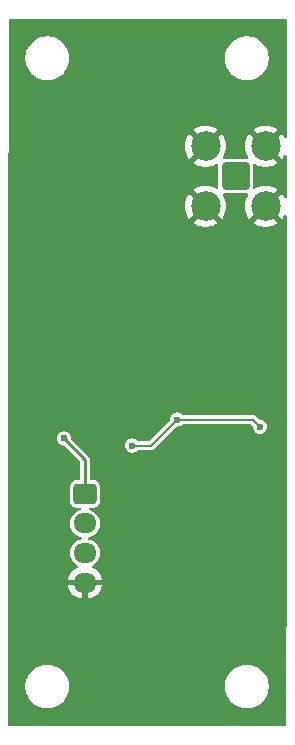
<source format=gbr>
%TF.GenerationSoftware,KiCad,Pcbnew,8.0.3*%
%TF.CreationDate,2024-09-04T20:20:35-04:00*%
%TF.ProjectId,SensorBoardNoMCU,53656e73-6f72-4426-9f61-72644e6f4d43,rev?*%
%TF.SameCoordinates,Original*%
%TF.FileFunction,Copper,L2,Bot*%
%TF.FilePolarity,Positive*%
%FSLAX46Y46*%
G04 Gerber Fmt 4.6, Leading zero omitted, Abs format (unit mm)*
G04 Created by KiCad (PCBNEW 8.0.3) date 2024-09-04 20:20:35*
%MOMM*%
%LPD*%
G01*
G04 APERTURE LIST*
G04 Aperture macros list*
%AMRoundRect*
0 Rectangle with rounded corners*
0 $1 Rounding radius*
0 $2 $3 $4 $5 $6 $7 $8 $9 X,Y pos of 4 corners*
0 Add a 4 corners polygon primitive as box body*
4,1,4,$2,$3,$4,$5,$6,$7,$8,$9,$2,$3,0*
0 Add four circle primitives for the rounded corners*
1,1,$1+$1,$2,$3*
1,1,$1+$1,$4,$5*
1,1,$1+$1,$6,$7*
1,1,$1+$1,$8,$9*
0 Add four rect primitives between the rounded corners*
20,1,$1+$1,$2,$3,$4,$5,0*
20,1,$1+$1,$4,$5,$6,$7,0*
20,1,$1+$1,$6,$7,$8,$9,0*
20,1,$1+$1,$8,$9,$2,$3,0*%
G04 Aperture macros list end*
%TA.AperFunction,ComponentPad*%
%ADD10RoundRect,0.250000X-0.725000X0.600000X-0.725000X-0.600000X0.725000X-0.600000X0.725000X0.600000X0*%
%TD*%
%TA.AperFunction,ComponentPad*%
%ADD11O,1.950000X1.700000*%
%TD*%
%TA.AperFunction,ComponentPad*%
%ADD12RoundRect,0.200100X-0.949900X0.949900X-0.949900X-0.949900X0.949900X-0.949900X0.949900X0.949900X0*%
%TD*%
%TA.AperFunction,ComponentPad*%
%ADD13C,2.500000*%
%TD*%
%TA.AperFunction,ViaPad*%
%ADD14C,0.600000*%
%TD*%
%TA.AperFunction,ViaPad*%
%ADD15C,0.700000*%
%TD*%
%TA.AperFunction,Conductor*%
%ADD16C,0.254000*%
%TD*%
%TA.AperFunction,Conductor*%
%ADD17C,0.200000*%
%TD*%
G04 APERTURE END LIST*
D10*
%TO.P,J1,1,Pin_1*%
%TO.N,+3.3V*%
X94400000Y-83700000D03*
D11*
%TO.P,J1,2,Pin_2*%
%TO.N,SCL1*%
X94400000Y-86200000D03*
%TO.P,J1,3,Pin_3*%
%TO.N,SDA1*%
X94400000Y-88700000D03*
%TO.P,J1,4,Pin_4*%
%TO.N,GND*%
X94400000Y-91200000D03*
%TD*%
D12*
%TO.P,J2,1,In*%
%TO.N,/RF_IN*%
X107150000Y-56800000D03*
D13*
%TO.P,J2,2,Ext*%
%TO.N,GND*%
X109690000Y-54260000D03*
X104610000Y-54260000D03*
X109690000Y-59340000D03*
X104610000Y-59340000D03*
%TD*%
D14*
%TO.N,GND*%
X108640380Y-79784620D03*
X107775000Y-74500000D03*
X105668108Y-92668108D03*
X106000000Y-66400000D03*
D15*
X91400000Y-71600000D03*
D14*
X104305331Y-79219669D03*
X104775000Y-72250000D03*
D15*
X105275000Y-85875000D03*
D14*
X100000000Y-53737500D03*
X99300000Y-74275000D03*
D15*
X98400000Y-61400000D03*
D14*
%TO.N,+3.3V*%
X92600000Y-79000000D03*
%TO.N,SDA1*%
X98400000Y-79600000D03*
X109200000Y-78000000D03*
X102200000Y-77400000D03*
%TD*%
D16*
%TO.N,+3.3V*%
X94400000Y-80800000D02*
X92600000Y-79000000D01*
X94400000Y-83700000D02*
X94400000Y-80800000D01*
D17*
%TO.N,SDA1*%
X102200000Y-77400000D02*
X108600000Y-77400000D01*
X100000000Y-79600000D02*
X102200000Y-77400000D01*
X98400000Y-79600000D02*
X100000000Y-79600000D01*
X108600000Y-77400000D02*
X109200000Y-78000000D01*
%TD*%
%TA.AperFunction,Conductor*%
%TO.N,GND*%
G36*
X111442539Y-43520185D02*
G01*
X111488294Y-43572989D01*
X111499500Y-43624500D01*
X111499500Y-53431370D01*
X111479815Y-53498409D01*
X111427011Y-53544164D01*
X111357853Y-53554108D01*
X111294297Y-53525083D01*
X111268113Y-53493371D01*
X111139970Y-53271424D01*
X111092124Y-53211427D01*
X110444114Y-53859437D01*
X110443260Y-53857374D01*
X110350238Y-53718156D01*
X110231844Y-53599762D01*
X110092626Y-53506740D01*
X110090562Y-53505885D01*
X110739168Y-52857278D01*
X110567454Y-52740206D01*
X110567445Y-52740201D01*
X110331142Y-52626404D01*
X110331144Y-52626404D01*
X110080505Y-52549092D01*
X110080499Y-52549090D01*
X109821151Y-52510000D01*
X109558848Y-52510000D01*
X109299500Y-52549090D01*
X109299494Y-52549092D01*
X109048858Y-52626404D01*
X109048854Y-52626405D01*
X108812547Y-52740205D01*
X108812539Y-52740210D01*
X108640830Y-52857277D01*
X109289438Y-53505885D01*
X109287374Y-53506740D01*
X109148156Y-53599762D01*
X109029762Y-53718156D01*
X108936740Y-53857374D01*
X108935885Y-53859437D01*
X108287875Y-53211427D01*
X108287874Y-53211427D01*
X108240028Y-53271425D01*
X108108883Y-53498573D01*
X108013058Y-53742729D01*
X107954693Y-53998449D01*
X107954692Y-53998454D01*
X107935093Y-54259995D01*
X107935093Y-54260004D01*
X107954692Y-54521545D01*
X107954693Y-54521550D01*
X108013058Y-54777270D01*
X108108883Y-55021426D01*
X108108882Y-55021426D01*
X108190910Y-55163500D01*
X108207383Y-55231400D01*
X108184531Y-55297427D01*
X108129610Y-55340617D01*
X108083523Y-55349500D01*
X106216476Y-55349500D01*
X106149437Y-55329815D01*
X106103682Y-55277011D01*
X106093738Y-55207853D01*
X106109089Y-55163499D01*
X106191118Y-55021423D01*
X106286941Y-54777270D01*
X106345306Y-54521550D01*
X106345307Y-54521545D01*
X106364907Y-54260004D01*
X106364907Y-54259995D01*
X106345307Y-53998454D01*
X106345306Y-53998449D01*
X106286941Y-53742729D01*
X106191116Y-53498573D01*
X106191117Y-53498573D01*
X106059972Y-53271426D01*
X106012124Y-53211427D01*
X105364114Y-53859437D01*
X105363260Y-53857374D01*
X105270238Y-53718156D01*
X105151844Y-53599762D01*
X105012626Y-53506740D01*
X105010562Y-53505885D01*
X105659168Y-52857278D01*
X105487454Y-52740206D01*
X105487445Y-52740201D01*
X105251142Y-52626404D01*
X105251144Y-52626404D01*
X105000505Y-52549092D01*
X105000499Y-52549090D01*
X104741151Y-52510000D01*
X104478848Y-52510000D01*
X104219500Y-52549090D01*
X104219494Y-52549092D01*
X103968858Y-52626404D01*
X103968854Y-52626405D01*
X103732547Y-52740205D01*
X103732539Y-52740210D01*
X103560830Y-52857277D01*
X104209438Y-53505885D01*
X104207374Y-53506740D01*
X104068156Y-53599762D01*
X103949762Y-53718156D01*
X103856740Y-53857374D01*
X103855885Y-53859437D01*
X103207875Y-53211427D01*
X103207874Y-53211427D01*
X103160028Y-53271425D01*
X103028883Y-53498573D01*
X102933058Y-53742729D01*
X102874693Y-53998449D01*
X102874692Y-53998454D01*
X102855093Y-54259995D01*
X102855093Y-54260004D01*
X102874692Y-54521545D01*
X102874693Y-54521550D01*
X102933058Y-54777270D01*
X103028883Y-55021426D01*
X103028882Y-55021426D01*
X103160027Y-55248573D01*
X103207874Y-55308571D01*
X103855884Y-54660561D01*
X103856740Y-54662626D01*
X103949762Y-54801844D01*
X104068156Y-54920238D01*
X104207374Y-55013260D01*
X104209437Y-55014114D01*
X103560830Y-55662720D01*
X103732546Y-55779793D01*
X103732550Y-55779795D01*
X103968854Y-55893594D01*
X103968858Y-55893595D01*
X104219494Y-55970907D01*
X104219500Y-55970909D01*
X104478848Y-56009999D01*
X104478857Y-56010000D01*
X104741143Y-56010000D01*
X104741151Y-56009999D01*
X105000499Y-55970909D01*
X105000505Y-55970907D01*
X105251143Y-55893595D01*
X105487445Y-55779798D01*
X105487459Y-55779790D01*
X105505647Y-55767390D01*
X105572125Y-55745888D01*
X105639676Y-55763741D01*
X105686851Y-55815280D01*
X105699500Y-55869842D01*
X105699500Y-57730158D01*
X105679815Y-57797197D01*
X105627011Y-57842952D01*
X105557853Y-57852896D01*
X105505647Y-57832610D01*
X105487459Y-57820209D01*
X105487445Y-57820201D01*
X105251142Y-57706404D01*
X105251144Y-57706404D01*
X105000505Y-57629092D01*
X105000499Y-57629090D01*
X104741151Y-57590000D01*
X104478848Y-57590000D01*
X104219500Y-57629090D01*
X104219494Y-57629092D01*
X103968858Y-57706404D01*
X103968854Y-57706405D01*
X103732547Y-57820205D01*
X103732539Y-57820210D01*
X103560830Y-57937277D01*
X104209438Y-58585885D01*
X104207374Y-58586740D01*
X104068156Y-58679762D01*
X103949762Y-58798156D01*
X103856740Y-58937374D01*
X103855885Y-58939437D01*
X103207875Y-58291427D01*
X103207874Y-58291427D01*
X103160028Y-58351425D01*
X103028883Y-58578573D01*
X102933058Y-58822729D01*
X102874693Y-59078449D01*
X102874692Y-59078454D01*
X102855093Y-59339995D01*
X102855093Y-59340004D01*
X102874692Y-59601545D01*
X102874693Y-59601550D01*
X102933058Y-59857270D01*
X103028883Y-60101426D01*
X103028882Y-60101426D01*
X103160027Y-60328573D01*
X103207874Y-60388571D01*
X103855884Y-59740561D01*
X103856740Y-59742626D01*
X103949762Y-59881844D01*
X104068156Y-60000238D01*
X104207374Y-60093260D01*
X104209437Y-60094114D01*
X103560830Y-60742720D01*
X103732546Y-60859793D01*
X103732550Y-60859795D01*
X103968854Y-60973594D01*
X103968858Y-60973595D01*
X104219494Y-61050907D01*
X104219500Y-61050909D01*
X104478848Y-61089999D01*
X104478857Y-61090000D01*
X104741143Y-61090000D01*
X104741151Y-61089999D01*
X105000499Y-61050909D01*
X105000505Y-61050907D01*
X105251143Y-60973595D01*
X105487445Y-60859798D01*
X105487447Y-60859797D01*
X105659168Y-60742720D01*
X105010562Y-60094114D01*
X105012626Y-60093260D01*
X105151844Y-60000238D01*
X105270238Y-59881844D01*
X105363260Y-59742626D01*
X105364114Y-59740561D01*
X106012125Y-60388572D01*
X106059971Y-60328573D01*
X106191116Y-60101426D01*
X106286941Y-59857270D01*
X106345306Y-59601550D01*
X106345307Y-59601545D01*
X106364907Y-59340004D01*
X106364907Y-59339995D01*
X106345307Y-59078454D01*
X106345306Y-59078449D01*
X106286941Y-58822729D01*
X106191118Y-58578576D01*
X106109089Y-58436500D01*
X106092616Y-58368600D01*
X106115468Y-58302573D01*
X106170389Y-58259382D01*
X106216470Y-58250499D01*
X108083523Y-58250499D01*
X108150562Y-58270184D01*
X108196317Y-58322988D01*
X108206261Y-58392146D01*
X108190910Y-58436499D01*
X108108883Y-58578573D01*
X108013058Y-58822729D01*
X107954693Y-59078449D01*
X107954692Y-59078454D01*
X107935093Y-59339995D01*
X107935093Y-59340004D01*
X107954692Y-59601545D01*
X107954693Y-59601550D01*
X108013058Y-59857270D01*
X108108883Y-60101426D01*
X108108882Y-60101426D01*
X108240027Y-60328573D01*
X108287874Y-60388571D01*
X108935884Y-59740561D01*
X108936740Y-59742626D01*
X109029762Y-59881844D01*
X109148156Y-60000238D01*
X109287374Y-60093260D01*
X109289437Y-60094114D01*
X108640830Y-60742720D01*
X108812546Y-60859793D01*
X108812550Y-60859795D01*
X109048854Y-60973594D01*
X109048858Y-60973595D01*
X109299494Y-61050907D01*
X109299500Y-61050909D01*
X109558848Y-61089999D01*
X109558857Y-61090000D01*
X109821143Y-61090000D01*
X109821151Y-61089999D01*
X110080499Y-61050909D01*
X110080505Y-61050907D01*
X110331143Y-60973595D01*
X110567445Y-60859798D01*
X110567447Y-60859797D01*
X110739168Y-60742720D01*
X110090562Y-60094114D01*
X110092626Y-60093260D01*
X110231844Y-60000238D01*
X110350238Y-59881844D01*
X110443260Y-59742626D01*
X110444114Y-59740561D01*
X111092125Y-60388572D01*
X111139971Y-60328573D01*
X111268113Y-60106629D01*
X111318680Y-60058413D01*
X111387287Y-60045191D01*
X111452152Y-60071159D01*
X111492680Y-60128073D01*
X111499500Y-60168629D01*
X111499500Y-88465400D01*
X111455624Y-101663222D01*
X111450411Y-103231412D01*
X111430504Y-103298386D01*
X111377548Y-103343965D01*
X111326412Y-103355000D01*
X88024500Y-103355000D01*
X87957461Y-103335315D01*
X87911706Y-103282511D01*
X87900500Y-103231000D01*
X87900500Y-99878711D01*
X89349500Y-99878711D01*
X89349500Y-100121288D01*
X89381161Y-100361785D01*
X89443947Y-100596104D01*
X89536773Y-100820205D01*
X89536776Y-100820212D01*
X89658064Y-101030289D01*
X89658066Y-101030292D01*
X89658067Y-101030293D01*
X89805733Y-101222736D01*
X89805739Y-101222743D01*
X89977256Y-101394260D01*
X89977262Y-101394265D01*
X90169711Y-101541936D01*
X90379788Y-101663224D01*
X90603900Y-101756054D01*
X90838211Y-101818838D01*
X91018586Y-101842584D01*
X91078711Y-101850500D01*
X91078712Y-101850500D01*
X91321289Y-101850500D01*
X91369388Y-101844167D01*
X91561789Y-101818838D01*
X91796100Y-101756054D01*
X92020212Y-101663224D01*
X92230289Y-101541936D01*
X92422738Y-101394265D01*
X92594265Y-101222738D01*
X92741936Y-101030289D01*
X92863224Y-100820212D01*
X92956054Y-100596100D01*
X93018838Y-100361789D01*
X93050500Y-100121288D01*
X93050500Y-99878712D01*
X93050500Y-99878711D01*
X106257500Y-99878711D01*
X106257500Y-100121288D01*
X106289161Y-100361785D01*
X106351947Y-100596104D01*
X106444773Y-100820205D01*
X106444776Y-100820212D01*
X106566064Y-101030289D01*
X106566066Y-101030292D01*
X106566067Y-101030293D01*
X106713733Y-101222736D01*
X106713739Y-101222743D01*
X106885256Y-101394260D01*
X106885262Y-101394265D01*
X107077711Y-101541936D01*
X107287788Y-101663224D01*
X107511900Y-101756054D01*
X107746211Y-101818838D01*
X107926586Y-101842584D01*
X107986711Y-101850500D01*
X107986712Y-101850500D01*
X108229289Y-101850500D01*
X108277388Y-101844167D01*
X108469789Y-101818838D01*
X108704100Y-101756054D01*
X108928212Y-101663224D01*
X109138289Y-101541936D01*
X109330738Y-101394265D01*
X109502265Y-101222738D01*
X109649936Y-101030289D01*
X109771224Y-100820212D01*
X109864054Y-100596100D01*
X109926838Y-100361789D01*
X109958500Y-100121288D01*
X109958500Y-99878712D01*
X109926838Y-99638211D01*
X109864054Y-99403900D01*
X109771224Y-99179788D01*
X109649936Y-98969711D01*
X109502265Y-98777262D01*
X109502260Y-98777256D01*
X109330743Y-98605739D01*
X109330736Y-98605733D01*
X109138293Y-98458067D01*
X109138292Y-98458066D01*
X109138289Y-98458064D01*
X108928212Y-98336776D01*
X108928205Y-98336773D01*
X108704104Y-98243947D01*
X108469785Y-98181161D01*
X108229289Y-98149500D01*
X108229288Y-98149500D01*
X107986712Y-98149500D01*
X107986711Y-98149500D01*
X107746214Y-98181161D01*
X107511895Y-98243947D01*
X107287794Y-98336773D01*
X107287785Y-98336777D01*
X107077706Y-98458067D01*
X106885263Y-98605733D01*
X106885256Y-98605739D01*
X106713739Y-98777256D01*
X106713733Y-98777263D01*
X106566067Y-98969706D01*
X106444777Y-99179785D01*
X106444773Y-99179794D01*
X106351947Y-99403895D01*
X106289161Y-99638214D01*
X106257500Y-99878711D01*
X93050500Y-99878711D01*
X93018838Y-99638211D01*
X92956054Y-99403900D01*
X92863224Y-99179788D01*
X92741936Y-98969711D01*
X92594265Y-98777262D01*
X92594260Y-98777256D01*
X92422743Y-98605739D01*
X92422736Y-98605733D01*
X92230293Y-98458067D01*
X92230292Y-98458066D01*
X92230289Y-98458064D01*
X92020212Y-98336776D01*
X92020205Y-98336773D01*
X91796104Y-98243947D01*
X91561785Y-98181161D01*
X91321289Y-98149500D01*
X91321288Y-98149500D01*
X91078712Y-98149500D01*
X91078711Y-98149500D01*
X90838214Y-98181161D01*
X90603895Y-98243947D01*
X90379794Y-98336773D01*
X90379785Y-98336777D01*
X90169706Y-98458067D01*
X89977263Y-98605733D01*
X89977256Y-98605739D01*
X89805739Y-98777256D01*
X89805733Y-98777263D01*
X89658067Y-98969706D01*
X89536777Y-99179785D01*
X89536773Y-99179794D01*
X89443947Y-99403895D01*
X89381161Y-99638214D01*
X89349500Y-99878711D01*
X87900500Y-99878711D01*
X87900500Y-78999998D01*
X91994318Y-78999998D01*
X91994318Y-79000001D01*
X92014955Y-79156760D01*
X92014956Y-79156762D01*
X92075464Y-79302841D01*
X92171718Y-79428282D01*
X92297159Y-79524536D01*
X92443238Y-79585044D01*
X92537259Y-79597422D01*
X92559543Y-79600356D01*
X92623439Y-79628623D01*
X92631038Y-79635614D01*
X93936181Y-80940757D01*
X93969666Y-81002080D01*
X93972500Y-81028438D01*
X93972500Y-82425500D01*
X93952815Y-82492539D01*
X93900011Y-82538294D01*
X93848500Y-82549500D01*
X93631898Y-82549500D01*
X93592853Y-82554188D01*
X93543438Y-82560122D01*
X93402656Y-82615639D01*
X93282077Y-82707077D01*
X93190639Y-82827656D01*
X93135122Y-82968438D01*
X93129188Y-83017853D01*
X93124500Y-83056898D01*
X93124500Y-84343102D01*
X93130126Y-84389954D01*
X93135122Y-84431561D01*
X93190639Y-84572343D01*
X93282077Y-84692922D01*
X93402656Y-84784360D01*
X93402657Y-84784360D01*
X93402658Y-84784361D01*
X93543436Y-84839877D01*
X93631898Y-84850500D01*
X93631903Y-84850500D01*
X93922331Y-84850500D01*
X93989370Y-84870185D01*
X94035125Y-84922989D01*
X94045069Y-84992147D01*
X94016044Y-85055703D01*
X93960649Y-85092431D01*
X93833363Y-85133787D01*
X93833360Y-85133788D01*
X93672002Y-85216006D01*
X93525505Y-85322441D01*
X93525500Y-85322445D01*
X93397445Y-85450500D01*
X93397441Y-85450505D01*
X93291006Y-85597002D01*
X93208788Y-85758360D01*
X93208787Y-85758363D01*
X93152829Y-85930589D01*
X93124500Y-86109448D01*
X93124500Y-86290551D01*
X93152829Y-86469410D01*
X93208787Y-86641636D01*
X93208788Y-86641639D01*
X93291006Y-86802997D01*
X93397441Y-86949494D01*
X93397445Y-86949499D01*
X93525500Y-87077554D01*
X93525505Y-87077558D01*
X93653287Y-87170396D01*
X93672006Y-87183996D01*
X93777484Y-87237740D01*
X93833360Y-87266211D01*
X93833363Y-87266212D01*
X93919476Y-87294191D01*
X94005591Y-87322171D01*
X94030291Y-87326083D01*
X94039406Y-87327527D01*
X94102540Y-87357457D01*
X94139471Y-87416768D01*
X94138473Y-87486631D01*
X94099863Y-87544863D01*
X94039406Y-87572473D01*
X94005589Y-87577829D01*
X93833363Y-87633787D01*
X93833360Y-87633788D01*
X93672002Y-87716006D01*
X93525505Y-87822441D01*
X93525500Y-87822445D01*
X93397445Y-87950500D01*
X93397441Y-87950505D01*
X93291006Y-88097002D01*
X93208788Y-88258360D01*
X93208787Y-88258363D01*
X93152829Y-88430589D01*
X93124500Y-88609448D01*
X93124500Y-88790551D01*
X93152829Y-88969410D01*
X93208787Y-89141636D01*
X93208788Y-89141639D01*
X93291006Y-89302997D01*
X93397441Y-89449494D01*
X93397445Y-89449499D01*
X93525500Y-89577554D01*
X93525505Y-89577558D01*
X93653287Y-89670396D01*
X93672006Y-89683996D01*
X93757511Y-89727563D01*
X93808307Y-89775538D01*
X93825102Y-89843359D01*
X93802565Y-89909494D01*
X93757511Y-89948533D01*
X93567442Y-90045379D01*
X93395540Y-90170272D01*
X93395535Y-90170276D01*
X93245276Y-90320535D01*
X93245272Y-90320540D01*
X93120379Y-90492442D01*
X93023904Y-90681782D01*
X92958242Y-90883870D01*
X92958242Y-90883873D01*
X92947769Y-90950000D01*
X93995854Y-90950000D01*
X93957370Y-91016657D01*
X93925000Y-91137465D01*
X93925000Y-91262535D01*
X93957370Y-91383343D01*
X93995854Y-91450000D01*
X92947769Y-91450000D01*
X92958242Y-91516126D01*
X92958242Y-91516129D01*
X93023904Y-91718217D01*
X93120379Y-91907557D01*
X93245272Y-92079459D01*
X93245276Y-92079464D01*
X93395535Y-92229723D01*
X93395540Y-92229727D01*
X93567442Y-92354620D01*
X93756782Y-92451095D01*
X93958872Y-92516757D01*
X94150000Y-92547029D01*
X94150000Y-91604145D01*
X94216657Y-91642630D01*
X94337465Y-91675000D01*
X94462535Y-91675000D01*
X94583343Y-91642630D01*
X94650000Y-91604145D01*
X94650000Y-92547028D01*
X94841127Y-92516757D01*
X95043217Y-92451095D01*
X95232557Y-92354620D01*
X95404459Y-92229727D01*
X95404464Y-92229723D01*
X95554723Y-92079464D01*
X95554727Y-92079459D01*
X95679620Y-91907557D01*
X95776095Y-91718217D01*
X95841757Y-91516129D01*
X95841757Y-91516126D01*
X95852231Y-91450000D01*
X94804146Y-91450000D01*
X94842630Y-91383343D01*
X94875000Y-91262535D01*
X94875000Y-91137465D01*
X94842630Y-91016657D01*
X94804146Y-90950000D01*
X95852231Y-90950000D01*
X95841757Y-90883873D01*
X95841757Y-90883870D01*
X95776095Y-90681782D01*
X95679620Y-90492442D01*
X95554727Y-90320540D01*
X95554723Y-90320535D01*
X95404464Y-90170276D01*
X95404459Y-90170272D01*
X95232557Y-90045379D01*
X95042488Y-89948533D01*
X94991692Y-89900558D01*
X94974897Y-89832737D01*
X94997435Y-89766602D01*
X95042489Y-89727563D01*
X95127994Y-89683996D01*
X95274501Y-89577553D01*
X95402553Y-89449501D01*
X95508996Y-89302994D01*
X95591211Y-89141639D01*
X95647171Y-88969409D01*
X95661765Y-88877259D01*
X95675500Y-88790551D01*
X95675500Y-88609448D01*
X95652684Y-88465400D01*
X95647171Y-88430591D01*
X95591211Y-88258361D01*
X95591211Y-88258360D01*
X95562740Y-88202484D01*
X95508996Y-88097006D01*
X95495396Y-88078287D01*
X95402558Y-87950505D01*
X95402554Y-87950500D01*
X95274499Y-87822445D01*
X95274494Y-87822441D01*
X95127997Y-87716006D01*
X95127996Y-87716005D01*
X95127994Y-87716004D01*
X95076300Y-87689664D01*
X94966639Y-87633788D01*
X94966636Y-87633787D01*
X94794410Y-87577829D01*
X94760594Y-87572473D01*
X94697459Y-87542544D01*
X94660528Y-87483232D01*
X94661526Y-87413370D01*
X94700136Y-87355137D01*
X94760594Y-87327527D01*
X94768388Y-87326292D01*
X94794409Y-87322171D01*
X94966639Y-87266211D01*
X95127994Y-87183996D01*
X95274501Y-87077553D01*
X95402553Y-86949501D01*
X95508996Y-86802994D01*
X95591211Y-86641639D01*
X95647171Y-86469409D01*
X95661765Y-86377259D01*
X95675500Y-86290551D01*
X95675500Y-86109448D01*
X95659019Y-86005397D01*
X95647171Y-85930591D01*
X95591211Y-85758361D01*
X95591211Y-85758360D01*
X95562740Y-85702484D01*
X95508996Y-85597006D01*
X95495396Y-85578287D01*
X95402558Y-85450505D01*
X95402554Y-85450500D01*
X95274499Y-85322445D01*
X95274494Y-85322441D01*
X95127997Y-85216006D01*
X95127996Y-85216005D01*
X95127994Y-85216004D01*
X95076300Y-85189664D01*
X94966639Y-85133788D01*
X94966636Y-85133787D01*
X94839351Y-85092431D01*
X94781676Y-85052994D01*
X94754477Y-84988636D01*
X94766391Y-84919789D01*
X94813635Y-84868313D01*
X94877669Y-84850500D01*
X95168097Y-84850500D01*
X95168102Y-84850500D01*
X95256564Y-84839877D01*
X95397342Y-84784361D01*
X95517922Y-84692922D01*
X95609361Y-84572342D01*
X95664877Y-84431564D01*
X95675500Y-84343102D01*
X95675500Y-83056898D01*
X95664877Y-82968436D01*
X95609361Y-82827658D01*
X95609360Y-82827657D01*
X95609360Y-82827656D01*
X95517922Y-82707077D01*
X95397343Y-82615639D01*
X95256561Y-82560122D01*
X95210926Y-82554642D01*
X95168102Y-82549500D01*
X95168097Y-82549500D01*
X94951500Y-82549500D01*
X94884461Y-82529815D01*
X94838706Y-82477011D01*
X94827500Y-82425500D01*
X94827500Y-80743721D01*
X94827500Y-80743719D01*
X94798367Y-80634991D01*
X94742085Y-80537508D01*
X93804574Y-79599998D01*
X97794318Y-79599998D01*
X97794318Y-79600001D01*
X97814955Y-79756760D01*
X97814956Y-79756762D01*
X97875464Y-79902841D01*
X97971718Y-80028282D01*
X98097159Y-80124536D01*
X98243238Y-80185044D01*
X98321619Y-80195363D01*
X98399999Y-80205682D01*
X98400000Y-80205682D01*
X98400001Y-80205682D01*
X98452254Y-80198802D01*
X98556762Y-80185044D01*
X98702841Y-80124536D01*
X98828282Y-80028282D01*
X98828283Y-80028279D01*
X98831093Y-80026124D01*
X98896263Y-80000930D01*
X98906580Y-80000500D01*
X100052725Y-80000500D01*
X100052727Y-80000500D01*
X100154588Y-79973207D01*
X100245913Y-79920480D01*
X102124991Y-78041400D01*
X102186312Y-78007917D01*
X102196485Y-78006144D01*
X102199997Y-78005681D01*
X102200000Y-78005682D01*
X102356762Y-77985044D01*
X102502841Y-77924536D01*
X102628282Y-77828282D01*
X102628283Y-77828279D01*
X102631093Y-77826124D01*
X102696263Y-77800930D01*
X102706580Y-77800500D01*
X108382745Y-77800500D01*
X108449784Y-77820185D01*
X108470426Y-77836819D01*
X108558597Y-77924990D01*
X108592082Y-77986313D01*
X108593855Y-77996485D01*
X108594318Y-77999998D01*
X108594318Y-78000000D01*
X108614956Y-78156762D01*
X108675464Y-78302841D01*
X108771718Y-78428282D01*
X108897159Y-78524536D01*
X109043238Y-78585044D01*
X109121619Y-78595363D01*
X109199999Y-78605682D01*
X109200000Y-78605682D01*
X109200001Y-78605682D01*
X109252254Y-78598802D01*
X109356762Y-78585044D01*
X109502841Y-78524536D01*
X109628282Y-78428282D01*
X109724536Y-78302841D01*
X109785044Y-78156762D01*
X109805682Y-78000000D01*
X109785044Y-77843238D01*
X109724536Y-77697159D01*
X109628282Y-77571718D01*
X109502841Y-77475464D01*
X109501740Y-77475008D01*
X109460054Y-77457741D01*
X109356762Y-77414956D01*
X109300577Y-77407559D01*
X109196485Y-77393855D01*
X109132589Y-77365588D01*
X109124990Y-77358597D01*
X108845915Y-77079522D01*
X108845913Y-77079520D01*
X108800250Y-77053156D01*
X108754589Y-77026793D01*
X108703657Y-77013146D01*
X108652727Y-76999500D01*
X108652726Y-76999500D01*
X102706580Y-76999500D01*
X102639541Y-76979815D01*
X102631093Y-76973876D01*
X102628283Y-76971720D01*
X102628282Y-76971718D01*
X102502841Y-76875464D01*
X102356762Y-76814956D01*
X102356760Y-76814955D01*
X102200001Y-76794318D01*
X102199999Y-76794318D01*
X102043239Y-76814955D01*
X102043237Y-76814956D01*
X101897160Y-76875463D01*
X101771718Y-76971718D01*
X101675463Y-77097160D01*
X101614956Y-77243237D01*
X101614956Y-77243238D01*
X101593855Y-77403513D01*
X101565588Y-77467409D01*
X101558597Y-77475008D01*
X99870426Y-79163181D01*
X99809103Y-79196666D01*
X99782745Y-79199500D01*
X98906580Y-79199500D01*
X98839541Y-79179815D01*
X98831093Y-79173876D01*
X98828283Y-79171720D01*
X98828282Y-79171718D01*
X98702841Y-79075464D01*
X98556762Y-79014956D01*
X98556760Y-79014955D01*
X98400001Y-78994318D01*
X98399999Y-78994318D01*
X98243239Y-79014955D01*
X98243237Y-79014956D01*
X98097160Y-79075463D01*
X97971718Y-79171718D01*
X97875463Y-79297160D01*
X97814956Y-79443237D01*
X97814955Y-79443239D01*
X97794318Y-79599998D01*
X93804574Y-79599998D01*
X93235613Y-79031037D01*
X93202129Y-78969715D01*
X93200356Y-78959543D01*
X93197422Y-78937259D01*
X93185044Y-78843238D01*
X93124536Y-78697159D01*
X93028282Y-78571718D01*
X92902841Y-78475464D01*
X92756762Y-78414956D01*
X92756760Y-78414955D01*
X92600001Y-78394318D01*
X92599999Y-78394318D01*
X92443239Y-78414955D01*
X92443237Y-78414956D01*
X92297160Y-78475463D01*
X92171718Y-78571718D01*
X92075463Y-78697160D01*
X92014956Y-78843237D01*
X92014955Y-78843239D01*
X91994318Y-78999998D01*
X87900500Y-78999998D01*
X87900500Y-63047800D01*
X87941314Y-46678711D01*
X89349500Y-46678711D01*
X89349500Y-46921288D01*
X89381161Y-47161785D01*
X89443947Y-47396104D01*
X89536773Y-47620205D01*
X89536776Y-47620212D01*
X89658064Y-47830289D01*
X89658066Y-47830292D01*
X89658067Y-47830293D01*
X89805733Y-48022736D01*
X89805739Y-48022743D01*
X89977256Y-48194260D01*
X89977262Y-48194265D01*
X90169711Y-48341936D01*
X90379788Y-48463224D01*
X90603900Y-48556054D01*
X90838211Y-48618838D01*
X91018586Y-48642584D01*
X91078711Y-48650500D01*
X91078712Y-48650500D01*
X91321289Y-48650500D01*
X91369388Y-48644167D01*
X91561789Y-48618838D01*
X91796100Y-48556054D01*
X92020212Y-48463224D01*
X92230289Y-48341936D01*
X92422738Y-48194265D01*
X92594265Y-48022738D01*
X92741936Y-47830289D01*
X92863224Y-47620212D01*
X92956054Y-47396100D01*
X93018838Y-47161789D01*
X93050500Y-46921288D01*
X93050500Y-46678712D01*
X93050500Y-46678711D01*
X106257500Y-46678711D01*
X106257500Y-46921288D01*
X106289161Y-47161785D01*
X106351947Y-47396104D01*
X106444773Y-47620205D01*
X106444776Y-47620212D01*
X106566064Y-47830289D01*
X106566066Y-47830292D01*
X106566067Y-47830293D01*
X106713733Y-48022736D01*
X106713739Y-48022743D01*
X106885256Y-48194260D01*
X106885262Y-48194265D01*
X107077711Y-48341936D01*
X107287788Y-48463224D01*
X107511900Y-48556054D01*
X107746211Y-48618838D01*
X107926586Y-48642584D01*
X107986711Y-48650500D01*
X107986712Y-48650500D01*
X108229289Y-48650500D01*
X108277388Y-48644167D01*
X108469789Y-48618838D01*
X108704100Y-48556054D01*
X108928212Y-48463224D01*
X109138289Y-48341936D01*
X109330738Y-48194265D01*
X109502265Y-48022738D01*
X109649936Y-47830289D01*
X109771224Y-47620212D01*
X109864054Y-47396100D01*
X109926838Y-47161789D01*
X109958500Y-46921288D01*
X109958500Y-46678712D01*
X109926838Y-46438211D01*
X109864054Y-46203900D01*
X109771224Y-45979788D01*
X109649936Y-45769711D01*
X109502265Y-45577262D01*
X109502260Y-45577256D01*
X109330743Y-45405739D01*
X109330736Y-45405733D01*
X109138293Y-45258067D01*
X109138292Y-45258066D01*
X109138289Y-45258064D01*
X108928212Y-45136776D01*
X108928205Y-45136773D01*
X108704104Y-45043947D01*
X108469785Y-44981161D01*
X108229289Y-44949500D01*
X108229288Y-44949500D01*
X107986712Y-44949500D01*
X107986711Y-44949500D01*
X107746214Y-44981161D01*
X107511895Y-45043947D01*
X107287794Y-45136773D01*
X107287785Y-45136777D01*
X107077706Y-45258067D01*
X106885263Y-45405733D01*
X106885256Y-45405739D01*
X106713739Y-45577256D01*
X106713733Y-45577263D01*
X106566067Y-45769706D01*
X106444777Y-45979785D01*
X106444773Y-45979794D01*
X106351947Y-46203895D01*
X106289161Y-46438214D01*
X106257500Y-46678711D01*
X93050500Y-46678711D01*
X93018838Y-46438211D01*
X92956054Y-46203900D01*
X92863224Y-45979788D01*
X92741936Y-45769711D01*
X92594265Y-45577262D01*
X92594260Y-45577256D01*
X92422743Y-45405739D01*
X92422736Y-45405733D01*
X92230293Y-45258067D01*
X92230292Y-45258066D01*
X92230289Y-45258064D01*
X92020212Y-45136776D01*
X92020205Y-45136773D01*
X91796104Y-45043947D01*
X91561785Y-44981161D01*
X91321289Y-44949500D01*
X91321288Y-44949500D01*
X91078712Y-44949500D01*
X91078711Y-44949500D01*
X90838214Y-44981161D01*
X90603895Y-45043947D01*
X90379794Y-45136773D01*
X90379785Y-45136777D01*
X90169706Y-45258067D01*
X89977263Y-45405733D01*
X89977256Y-45405739D01*
X89805739Y-45577256D01*
X89805733Y-45577263D01*
X89658067Y-45769706D01*
X89536777Y-45979785D01*
X89536773Y-45979794D01*
X89443947Y-46203895D01*
X89381161Y-46438214D01*
X89349500Y-46678711D01*
X87941314Y-46678711D01*
X87948930Y-43624191D01*
X87968782Y-43557201D01*
X88021700Y-43511578D01*
X88072930Y-43500500D01*
X111375500Y-43500500D01*
X111442539Y-43520185D01*
G37*
%TD.AperFunction*%
%TA.AperFunction,Conductor*%
G36*
X111092125Y-55308572D02*
G01*
X111139971Y-55248573D01*
X111268113Y-55026629D01*
X111318680Y-54978413D01*
X111387287Y-54965191D01*
X111452152Y-54991159D01*
X111492680Y-55048073D01*
X111499500Y-55088629D01*
X111499500Y-58511370D01*
X111479815Y-58578409D01*
X111427011Y-58624164D01*
X111357853Y-58634108D01*
X111294297Y-58605083D01*
X111268113Y-58573371D01*
X111139970Y-58351424D01*
X111092124Y-58291427D01*
X110444114Y-58939437D01*
X110443260Y-58937374D01*
X110350238Y-58798156D01*
X110231844Y-58679762D01*
X110092626Y-58586740D01*
X110090561Y-58585884D01*
X110739168Y-57937278D01*
X110567454Y-57820206D01*
X110567445Y-57820201D01*
X110331142Y-57706404D01*
X110331144Y-57706404D01*
X110080505Y-57629092D01*
X110080499Y-57629090D01*
X109821151Y-57590000D01*
X109558848Y-57590000D01*
X109299500Y-57629090D01*
X109299494Y-57629092D01*
X109048858Y-57706404D01*
X109048854Y-57706405D01*
X108812550Y-57820204D01*
X108812542Y-57820209D01*
X108794348Y-57832613D01*
X108727868Y-57854112D01*
X108660319Y-57836257D01*
X108613146Y-57784715D01*
X108600499Y-57730162D01*
X108600499Y-55869840D01*
X108620184Y-55802802D01*
X108672988Y-55757047D01*
X108742146Y-55747103D01*
X108794351Y-55767388D01*
X108812544Y-55779792D01*
X108812550Y-55779795D01*
X109048854Y-55893594D01*
X109048858Y-55893595D01*
X109299494Y-55970907D01*
X109299500Y-55970909D01*
X109558848Y-56009999D01*
X109558857Y-56010000D01*
X109821143Y-56010000D01*
X109821151Y-56009999D01*
X110080499Y-55970909D01*
X110080505Y-55970907D01*
X110331143Y-55893595D01*
X110567445Y-55779798D01*
X110567447Y-55779797D01*
X110739168Y-55662720D01*
X110090562Y-55014114D01*
X110092626Y-55013260D01*
X110231844Y-54920238D01*
X110350238Y-54801844D01*
X110443260Y-54662626D01*
X110444114Y-54660561D01*
X111092125Y-55308572D01*
G37*
%TD.AperFunction*%
%TD*%
M02*

</source>
